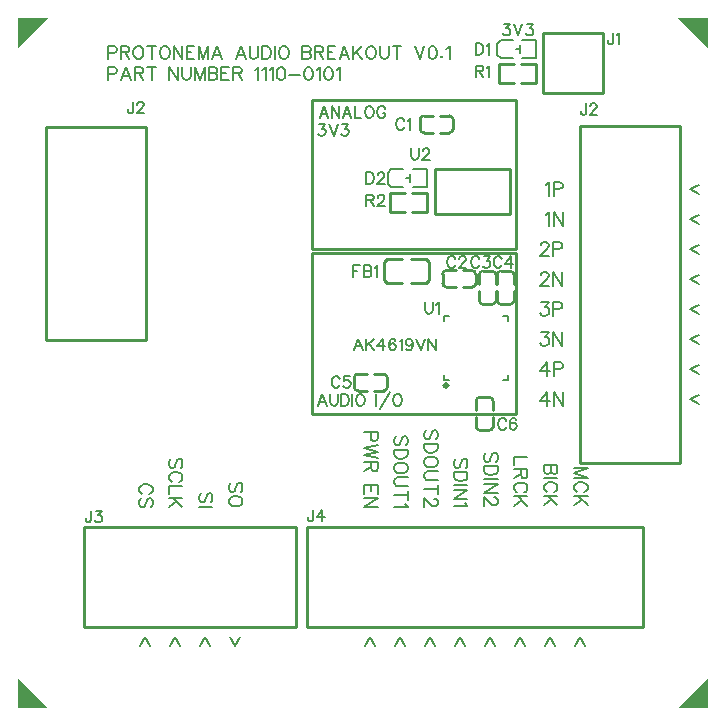
<source format=gto>
G04 Layer: TopSilkscreenLayer*
G04 EasyEDA v6.5.34, 2023-09-11 23:55:01*
G04 0142af5b8bed46c8af125076436406b4,5a6b42c53f6a479593ecc07194224c93,10*
G04 Gerber Generator version 0.2*
G04 Scale: 100 percent, Rotated: No, Reflected: No *
G04 Dimensions in millimeters *
G04 leading zeros omitted , absolute positions ,4 integer and 5 decimal *
%FSLAX45Y45*%
%MOMM*%

%ADD10C,0.1524*%
%ADD11C,0.2540*%
%ADD12C,0.1500*%
%ADD13C,0.2000*%
%ADD14C,0.3000*%
%ADD15C,0.0141*%

%LPD*%
D10*
X761992Y5601759D02*
G01*
X761992Y5492539D01*
X761992Y5601759D02*
G01*
X808728Y5601759D01*
X824222Y5596425D01*
X829556Y5591345D01*
X834636Y5580931D01*
X834636Y5565437D01*
X829556Y5555023D01*
X824222Y5549689D01*
X808728Y5544609D01*
X761992Y5544609D01*
X868926Y5601759D02*
G01*
X868926Y5492539D01*
X868926Y5601759D02*
G01*
X915662Y5601759D01*
X931410Y5596425D01*
X936490Y5591345D01*
X941824Y5580931D01*
X941824Y5570517D01*
X936490Y5560103D01*
X931410Y5555023D01*
X915662Y5549689D01*
X868926Y5549689D01*
X905502Y5549689D02*
G01*
X941824Y5492539D01*
X1007102Y5601759D02*
G01*
X996942Y5596425D01*
X986528Y5586265D01*
X981194Y5575851D01*
X976114Y5560103D01*
X976114Y5534195D01*
X981194Y5518701D01*
X986528Y5508287D01*
X996942Y5497873D01*
X1007102Y5492539D01*
X1027930Y5492539D01*
X1038344Y5497873D01*
X1048758Y5508287D01*
X1054092Y5518701D01*
X1059172Y5534195D01*
X1059172Y5560103D01*
X1054092Y5575851D01*
X1048758Y5586265D01*
X1038344Y5596425D01*
X1027930Y5601759D01*
X1007102Y5601759D01*
X1129784Y5601759D02*
G01*
X1129784Y5492539D01*
X1093462Y5601759D02*
G01*
X1166106Y5601759D01*
X1231638Y5601759D02*
G01*
X1221224Y5596425D01*
X1210810Y5586265D01*
X1205730Y5575851D01*
X1200396Y5560103D01*
X1200396Y5534195D01*
X1205730Y5518701D01*
X1210810Y5508287D01*
X1221224Y5497873D01*
X1231638Y5492539D01*
X1252466Y5492539D01*
X1262880Y5497873D01*
X1273294Y5508287D01*
X1278374Y5518701D01*
X1283708Y5534195D01*
X1283708Y5560103D01*
X1278374Y5575851D01*
X1273294Y5586265D01*
X1262880Y5596425D01*
X1252466Y5601759D01*
X1231638Y5601759D01*
X1317998Y5601759D02*
G01*
X1317998Y5492539D01*
X1317998Y5601759D02*
G01*
X1390642Y5492539D01*
X1390642Y5601759D02*
G01*
X1390642Y5492539D01*
X1424932Y5601759D02*
G01*
X1424932Y5492539D01*
X1424932Y5601759D02*
G01*
X1492496Y5601759D01*
X1424932Y5549689D02*
G01*
X1466588Y5549689D01*
X1424932Y5492539D02*
G01*
X1492496Y5492539D01*
X1526786Y5601759D02*
G01*
X1526786Y5492539D01*
X1526786Y5601759D02*
G01*
X1568442Y5492539D01*
X1609844Y5601759D02*
G01*
X1568442Y5492539D01*
X1609844Y5601759D02*
G01*
X1609844Y5492539D01*
X1685790Y5601759D02*
G01*
X1644134Y5492539D01*
X1685790Y5601759D02*
G01*
X1727192Y5492539D01*
X1659882Y5529115D02*
G01*
X1711698Y5529115D01*
X1883148Y5601759D02*
G01*
X1841492Y5492539D01*
X1883148Y5601759D02*
G01*
X1924804Y5492539D01*
X1857240Y5529115D02*
G01*
X1909056Y5529115D01*
X1959094Y5601759D02*
G01*
X1959094Y5523781D01*
X1964174Y5508287D01*
X1974588Y5497873D01*
X1990082Y5492539D01*
X2000496Y5492539D01*
X2016244Y5497873D01*
X2026658Y5508287D01*
X2031738Y5523781D01*
X2031738Y5601759D01*
X2066028Y5601759D02*
G01*
X2066028Y5492539D01*
X2066028Y5601759D02*
G01*
X2102350Y5601759D01*
X2118098Y5596425D01*
X2128512Y5586265D01*
X2133592Y5575851D01*
X2138672Y5560103D01*
X2138672Y5534195D01*
X2133592Y5518701D01*
X2128512Y5508287D01*
X2118098Y5497873D01*
X2102350Y5492539D01*
X2066028Y5492539D01*
X2172962Y5601759D02*
G01*
X2172962Y5492539D01*
X2238494Y5601759D02*
G01*
X2228080Y5596425D01*
X2217666Y5586265D01*
X2212586Y5575851D01*
X2207252Y5560103D01*
X2207252Y5534195D01*
X2212586Y5518701D01*
X2217666Y5508287D01*
X2228080Y5497873D01*
X2238494Y5492539D01*
X2259322Y5492539D01*
X2269736Y5497873D01*
X2280150Y5508287D01*
X2285230Y5518701D01*
X2290564Y5534195D01*
X2290564Y5560103D01*
X2285230Y5575851D01*
X2280150Y5586265D01*
X2269736Y5596425D01*
X2259322Y5601759D01*
X2238494Y5601759D01*
X2404864Y5601759D02*
G01*
X2404864Y5492539D01*
X2404864Y5601759D02*
G01*
X2451600Y5601759D01*
X2467094Y5596425D01*
X2472428Y5591345D01*
X2477508Y5580931D01*
X2477508Y5570517D01*
X2472428Y5560103D01*
X2467094Y5555023D01*
X2451600Y5549689D01*
X2404864Y5549689D02*
G01*
X2451600Y5549689D01*
X2467094Y5544609D01*
X2472428Y5539275D01*
X2477508Y5529115D01*
X2477508Y5513367D01*
X2472428Y5502953D01*
X2467094Y5497873D01*
X2451600Y5492539D01*
X2404864Y5492539D01*
X2511798Y5601759D02*
G01*
X2511798Y5492539D01*
X2511798Y5601759D02*
G01*
X2558534Y5601759D01*
X2574282Y5596425D01*
X2579362Y5591345D01*
X2584442Y5580931D01*
X2584442Y5570517D01*
X2579362Y5560103D01*
X2574282Y5555023D01*
X2558534Y5549689D01*
X2511798Y5549689D01*
X2548120Y5549689D02*
G01*
X2584442Y5492539D01*
X2618732Y5601759D02*
G01*
X2618732Y5492539D01*
X2618732Y5601759D02*
G01*
X2686296Y5601759D01*
X2618732Y5549689D02*
G01*
X2660388Y5549689D01*
X2618732Y5492539D02*
G01*
X2686296Y5492539D01*
X2762242Y5601759D02*
G01*
X2720586Y5492539D01*
X2762242Y5601759D02*
G01*
X2803898Y5492539D01*
X2736334Y5529115D02*
G01*
X2788150Y5529115D01*
X2838188Y5601759D02*
G01*
X2838188Y5492539D01*
X2910832Y5601759D02*
G01*
X2838188Y5529115D01*
X2864096Y5555023D02*
G01*
X2910832Y5492539D01*
X2976364Y5601759D02*
G01*
X2965950Y5596425D01*
X2955536Y5586265D01*
X2950202Y5575851D01*
X2945122Y5560103D01*
X2945122Y5534195D01*
X2950202Y5518701D01*
X2955536Y5508287D01*
X2965950Y5497873D01*
X2976364Y5492539D01*
X2997192Y5492539D01*
X3007352Y5497873D01*
X3017766Y5508287D01*
X3023100Y5518701D01*
X3028180Y5534195D01*
X3028180Y5560103D01*
X3023100Y5575851D01*
X3017766Y5586265D01*
X3007352Y5596425D01*
X2997192Y5601759D01*
X2976364Y5601759D01*
X3062470Y5601759D02*
G01*
X3062470Y5523781D01*
X3067804Y5508287D01*
X3078218Y5497873D01*
X3093712Y5492539D01*
X3104126Y5492539D01*
X3119620Y5497873D01*
X3130034Y5508287D01*
X3135368Y5523781D01*
X3135368Y5601759D01*
X3205980Y5601759D02*
G01*
X3205980Y5492539D01*
X3169658Y5601759D02*
G01*
X3242302Y5601759D01*
X3356602Y5601759D02*
G01*
X3398258Y5492539D01*
X3439660Y5601759D02*
G01*
X3398258Y5492539D01*
X3505192Y5601759D02*
G01*
X3489698Y5596425D01*
X3479284Y5580931D01*
X3473950Y5555023D01*
X3473950Y5539275D01*
X3479284Y5513367D01*
X3489698Y5497873D01*
X3505192Y5492539D01*
X3515606Y5492539D01*
X3531100Y5497873D01*
X3541514Y5513367D01*
X3546848Y5539275D01*
X3546848Y5555023D01*
X3541514Y5580931D01*
X3531100Y5596425D01*
X3515606Y5601759D01*
X3505192Y5601759D01*
X3586218Y5518701D02*
G01*
X3581138Y5513367D01*
X3586218Y5508287D01*
X3591552Y5513367D01*
X3586218Y5518701D01*
X3625842Y5580931D02*
G01*
X3636002Y5586265D01*
X3651750Y5601759D01*
X3651750Y5492539D01*
X761992Y5423959D02*
G01*
X761992Y5314739D01*
X761992Y5423959D02*
G01*
X808728Y5423959D01*
X824222Y5418625D01*
X829556Y5413545D01*
X834636Y5403131D01*
X834636Y5387637D01*
X829556Y5377223D01*
X824222Y5371889D01*
X808728Y5366809D01*
X761992Y5366809D01*
X910582Y5423959D02*
G01*
X868926Y5314739D01*
X910582Y5423959D02*
G01*
X952238Y5314739D01*
X884674Y5351315D02*
G01*
X936490Y5351315D01*
X986528Y5423959D02*
G01*
X986528Y5314739D01*
X986528Y5423959D02*
G01*
X1033264Y5423959D01*
X1048758Y5418625D01*
X1054092Y5413545D01*
X1059172Y5403131D01*
X1059172Y5392717D01*
X1054092Y5382303D01*
X1048758Y5377223D01*
X1033264Y5371889D01*
X986528Y5371889D01*
X1022850Y5371889D02*
G01*
X1059172Y5314739D01*
X1129784Y5423959D02*
G01*
X1129784Y5314739D01*
X1093462Y5423959D02*
G01*
X1166106Y5423959D01*
X1280406Y5423959D02*
G01*
X1280406Y5314739D01*
X1280406Y5423959D02*
G01*
X1353304Y5314739D01*
X1353304Y5423959D02*
G01*
X1353304Y5314739D01*
X1387594Y5423959D02*
G01*
X1387594Y5345981D01*
X1392674Y5330487D01*
X1403088Y5320073D01*
X1418582Y5314739D01*
X1428996Y5314739D01*
X1444744Y5320073D01*
X1455158Y5330487D01*
X1460238Y5345981D01*
X1460238Y5423959D01*
X1494528Y5423959D02*
G01*
X1494528Y5314739D01*
X1494528Y5423959D02*
G01*
X1536184Y5314739D01*
X1577586Y5423959D02*
G01*
X1536184Y5314739D01*
X1577586Y5423959D02*
G01*
X1577586Y5314739D01*
X1611876Y5423959D02*
G01*
X1611876Y5314739D01*
X1611876Y5423959D02*
G01*
X1658612Y5423959D01*
X1674360Y5418625D01*
X1679440Y5413545D01*
X1684774Y5403131D01*
X1684774Y5392717D01*
X1679440Y5382303D01*
X1674360Y5377223D01*
X1658612Y5371889D01*
X1611876Y5371889D02*
G01*
X1658612Y5371889D01*
X1674360Y5366809D01*
X1679440Y5361475D01*
X1684774Y5351315D01*
X1684774Y5335567D01*
X1679440Y5325153D01*
X1674360Y5320073D01*
X1658612Y5314739D01*
X1611876Y5314739D01*
X1719064Y5423959D02*
G01*
X1719064Y5314739D01*
X1719064Y5423959D02*
G01*
X1786628Y5423959D01*
X1719064Y5371889D02*
G01*
X1760466Y5371889D01*
X1719064Y5314739D02*
G01*
X1786628Y5314739D01*
X1820918Y5423959D02*
G01*
X1820918Y5314739D01*
X1820918Y5423959D02*
G01*
X1867654Y5423959D01*
X1883148Y5418625D01*
X1888482Y5413545D01*
X1893562Y5403131D01*
X1893562Y5392717D01*
X1888482Y5382303D01*
X1883148Y5377223D01*
X1867654Y5371889D01*
X1820918Y5371889D01*
X1857240Y5371889D02*
G01*
X1893562Y5314739D01*
X2007862Y5403131D02*
G01*
X2018276Y5408465D01*
X2033770Y5423959D01*
X2033770Y5314739D01*
X2068060Y5403131D02*
G01*
X2078474Y5408465D01*
X2094222Y5423959D01*
X2094222Y5314739D01*
X2128512Y5403131D02*
G01*
X2138672Y5408465D01*
X2154420Y5423959D01*
X2154420Y5314739D01*
X2219952Y5423959D02*
G01*
X2204204Y5418625D01*
X2193790Y5403131D01*
X2188710Y5377223D01*
X2188710Y5361475D01*
X2193790Y5335567D01*
X2204204Y5320073D01*
X2219952Y5314739D01*
X2230112Y5314739D01*
X2245860Y5320073D01*
X2256274Y5335567D01*
X2261354Y5361475D01*
X2261354Y5377223D01*
X2256274Y5403131D01*
X2245860Y5418625D01*
X2230112Y5423959D01*
X2219952Y5423959D01*
X2295644Y5361475D02*
G01*
X2389116Y5361475D01*
X2454648Y5423959D02*
G01*
X2439154Y5418625D01*
X2428740Y5403131D01*
X2423406Y5377223D01*
X2423406Y5361475D01*
X2428740Y5335567D01*
X2439154Y5320073D01*
X2454648Y5314739D01*
X2465062Y5314739D01*
X2480556Y5320073D01*
X2490970Y5335567D01*
X2496304Y5361475D01*
X2496304Y5377223D01*
X2490970Y5403131D01*
X2480556Y5418625D01*
X2465062Y5423959D01*
X2454648Y5423959D01*
X2530594Y5403131D02*
G01*
X2541008Y5408465D01*
X2556502Y5423959D01*
X2556502Y5314739D01*
X2622034Y5423959D02*
G01*
X2606286Y5418625D01*
X2595872Y5403131D01*
X2590792Y5377223D01*
X2590792Y5361475D01*
X2595872Y5335567D01*
X2606286Y5320073D01*
X2622034Y5314739D01*
X2632448Y5314739D01*
X2647942Y5320073D01*
X2658356Y5335567D01*
X2663436Y5361475D01*
X2663436Y5377223D01*
X2658356Y5403131D01*
X2647942Y5418625D01*
X2632448Y5423959D01*
X2622034Y5423959D01*
X2697726Y5403131D02*
G01*
X2708140Y5408465D01*
X2723888Y5423959D01*
X2723888Y5314739D01*
X5036558Y5714230D02*
G01*
X5036558Y5641586D01*
X5031986Y5627870D01*
X5027414Y5623298D01*
X5018270Y5618726D01*
X5009380Y5618726D01*
X5000236Y5623298D01*
X4995664Y5627870D01*
X4991092Y5641586D01*
X4991092Y5650730D01*
X5066530Y5696196D02*
G01*
X5075674Y5700768D01*
X5089390Y5714230D01*
X5089390Y5618726D01*
X4111236Y5790430D02*
G01*
X4161274Y5790430D01*
X4133842Y5754108D01*
X4147558Y5754108D01*
X4156702Y5749536D01*
X4161274Y5744964D01*
X4165846Y5731502D01*
X4165846Y5722358D01*
X4161274Y5708642D01*
X4152130Y5699498D01*
X4138414Y5694926D01*
X4124698Y5694926D01*
X4111236Y5699498D01*
X4106664Y5704070D01*
X4102092Y5713214D01*
X4195818Y5790430D02*
G01*
X4232140Y5694926D01*
X4268462Y5790430D02*
G01*
X4232140Y5694926D01*
X4307578Y5790430D02*
G01*
X4357616Y5790430D01*
X4330184Y5754108D01*
X4343900Y5754108D01*
X4353044Y5749536D01*
X4357616Y5744964D01*
X4362188Y5731502D01*
X4362188Y5722358D01*
X4357616Y5708642D01*
X4348472Y5699498D01*
X4334756Y5694926D01*
X4321294Y5694926D01*
X4307578Y5699498D01*
X4303006Y5704070D01*
X4298434Y5713214D01*
X4798672Y524101D02*
G01*
X4757778Y596999D01*
X4716884Y524101D01*
X4544672Y524101D02*
G01*
X4503778Y596999D01*
X4462884Y524101D01*
X4290672Y524101D02*
G01*
X4249778Y596999D01*
X4208884Y524101D01*
X4036672Y524101D02*
G01*
X3995778Y596999D01*
X3954884Y524101D01*
X3782672Y524101D02*
G01*
X3741778Y596999D01*
X3700884Y524101D01*
X3528672Y524101D02*
G01*
X3487778Y596999D01*
X3446884Y524101D01*
X3274672Y524101D02*
G01*
X3233778Y596999D01*
X3192884Y524101D01*
X3020672Y524101D02*
G01*
X2979778Y596999D01*
X2938884Y524101D01*
X1873877Y597019D02*
G01*
X1832983Y524121D01*
X1792089Y597019D01*
X1620065Y524126D02*
G01*
X1579171Y597024D01*
X1538277Y524126D01*
X1366065Y524126D02*
G01*
X1325171Y597024D01*
X1284277Y524126D01*
X1112065Y524126D02*
G01*
X1071171Y597024D01*
X1030277Y524126D01*
X616450Y1666283D02*
G01*
X616450Y1593639D01*
X611878Y1579923D01*
X607306Y1575351D01*
X598162Y1570779D01*
X589272Y1570779D01*
X580128Y1575351D01*
X575556Y1579923D01*
X570984Y1593639D01*
X570984Y1602783D01*
X655566Y1666283D02*
G01*
X705604Y1666283D01*
X678172Y1629961D01*
X691888Y1629961D01*
X701032Y1625389D01*
X705604Y1620817D01*
X710176Y1607101D01*
X710176Y1598211D01*
X705604Y1584495D01*
X696460Y1575351D01*
X682744Y1570779D01*
X669282Y1570779D01*
X655566Y1575351D01*
X650994Y1579923D01*
X646422Y1589067D01*
X2496558Y1675681D02*
G01*
X2496558Y1603037D01*
X2491986Y1589321D01*
X2487414Y1584749D01*
X2478270Y1580177D01*
X2469380Y1580177D01*
X2460236Y1584749D01*
X2455664Y1589321D01*
X2451092Y1603037D01*
X2451092Y1612181D01*
X2571996Y1675681D02*
G01*
X2526530Y1612181D01*
X2594602Y1612181D01*
X2571996Y1675681D02*
G01*
X2571996Y1580177D01*
X1109771Y1810512D02*
G01*
X1120693Y1815845D01*
X1131615Y1826768D01*
X1137203Y1837689D01*
X1137203Y1859534D01*
X1131615Y1870455D01*
X1120693Y1881378D01*
X1109771Y1886965D01*
X1093515Y1892300D01*
X1066083Y1892300D01*
X1049827Y1886965D01*
X1038905Y1881378D01*
X1027983Y1870455D01*
X1022649Y1859534D01*
X1022649Y1837689D01*
X1027983Y1826768D01*
X1038905Y1815845D01*
X1049827Y1810512D01*
X1120693Y1697989D02*
G01*
X1131615Y1708912D01*
X1137203Y1725421D01*
X1137203Y1747265D01*
X1131615Y1763521D01*
X1120693Y1774444D01*
X1109771Y1774444D01*
X1098849Y1769110D01*
X1093515Y1763521D01*
X1087927Y1752600D01*
X1077005Y1719834D01*
X1071671Y1708912D01*
X1066083Y1703578D01*
X1055161Y1697989D01*
X1038905Y1697989D01*
X1027983Y1708912D01*
X1022649Y1725421D01*
X1022649Y1747265D01*
X1027983Y1763521D01*
X1038905Y1774444D01*
X1374721Y2031944D02*
G01*
X1385643Y2042866D01*
X1390977Y2059122D01*
X1390977Y2080966D01*
X1385643Y2097222D01*
X1374721Y2108144D01*
X1363799Y2108144D01*
X1352877Y2102810D01*
X1347543Y2097222D01*
X1341955Y2086300D01*
X1331033Y2053534D01*
X1325699Y2042866D01*
X1320111Y2037278D01*
X1309189Y2031944D01*
X1292933Y2031944D01*
X1282011Y2042866D01*
X1276423Y2059122D01*
X1276423Y2080966D01*
X1282011Y2097222D01*
X1292933Y2108144D01*
X1363799Y1914088D02*
G01*
X1374721Y1919422D01*
X1385643Y1930344D01*
X1390977Y1941266D01*
X1390977Y1963110D01*
X1385643Y1974032D01*
X1374721Y1984954D01*
X1363799Y1990288D01*
X1347543Y1995876D01*
X1320111Y1995876D01*
X1303855Y1990288D01*
X1292933Y1984954D01*
X1282011Y1974032D01*
X1276423Y1963110D01*
X1276423Y1941266D01*
X1282011Y1930344D01*
X1292933Y1919422D01*
X1303855Y1914088D01*
X1390977Y1878020D02*
G01*
X1276423Y1878020D01*
X1276423Y1878020D02*
G01*
X1276423Y1812488D01*
X1390977Y1776674D02*
G01*
X1276423Y1776674D01*
X1390977Y1700220D02*
G01*
X1314777Y1776674D01*
X1341955Y1749242D02*
G01*
X1276423Y1700220D01*
X1628721Y1739846D02*
G01*
X1639643Y1750768D01*
X1644977Y1767024D01*
X1644977Y1788868D01*
X1639643Y1805124D01*
X1628721Y1816046D01*
X1617799Y1816046D01*
X1606877Y1810712D01*
X1601543Y1805124D01*
X1595955Y1794202D01*
X1585033Y1761436D01*
X1579699Y1750768D01*
X1574111Y1745180D01*
X1563189Y1739846D01*
X1546933Y1739846D01*
X1536011Y1750768D01*
X1530423Y1767024D01*
X1530423Y1788868D01*
X1536011Y1805124D01*
X1546933Y1816046D01*
X1644977Y1703778D02*
G01*
X1530423Y1703778D01*
X1882721Y1828744D02*
G01*
X1893643Y1839666D01*
X1898977Y1855922D01*
X1898977Y1877766D01*
X1893643Y1894022D01*
X1882721Y1904944D01*
X1871799Y1904944D01*
X1860877Y1899610D01*
X1855543Y1894022D01*
X1849955Y1883100D01*
X1839033Y1850334D01*
X1833699Y1839666D01*
X1828111Y1834078D01*
X1817189Y1828744D01*
X1800933Y1828744D01*
X1790011Y1839666D01*
X1784423Y1855922D01*
X1784423Y1877766D01*
X1790011Y1894022D01*
X1800933Y1904944D01*
X1898977Y1759910D02*
G01*
X1893643Y1770832D01*
X1882721Y1781754D01*
X1871799Y1787088D01*
X1855543Y1792676D01*
X1828111Y1792676D01*
X1811855Y1787088D01*
X1800933Y1781754D01*
X1790011Y1770832D01*
X1784423Y1759910D01*
X1784423Y1738066D01*
X1790011Y1727144D01*
X1800933Y1716222D01*
X1811855Y1710888D01*
X1828111Y1705300D01*
X1855543Y1705300D01*
X1871799Y1710888D01*
X1882721Y1716222D01*
X1893643Y1727144D01*
X1898977Y1738066D01*
X1898977Y1759910D01*
X3045810Y2336774D02*
G01*
X2931256Y2336774D01*
X3045810Y2336774D02*
G01*
X3045810Y2287752D01*
X3040222Y2271242D01*
X3034888Y2265908D01*
X3023966Y2260320D01*
X3007456Y2260320D01*
X2996534Y2265908D01*
X2991200Y2271242D01*
X2985612Y2287752D01*
X2985612Y2336774D01*
X3045810Y2224506D02*
G01*
X2931256Y2197074D01*
X3045810Y2169896D02*
G01*
X2931256Y2197074D01*
X3045810Y2169896D02*
G01*
X2931256Y2142464D01*
X3045810Y2115286D02*
G01*
X2931256Y2142464D01*
X3045810Y2079218D02*
G01*
X2931256Y2079218D01*
X3045810Y2079218D02*
G01*
X3045810Y2030196D01*
X3040222Y2013940D01*
X3034888Y2008352D01*
X3023966Y2003018D01*
X3013044Y2003018D01*
X3002122Y2008352D01*
X2996534Y2013940D01*
X2991200Y2030196D01*
X2991200Y2079218D01*
X2991200Y2041118D02*
G01*
X2931256Y2003018D01*
X3045810Y1882876D02*
G01*
X2931256Y1882876D01*
X3045810Y1882876D02*
G01*
X3045810Y1812010D01*
X2991200Y1882876D02*
G01*
X2991200Y1839442D01*
X2931256Y1882876D02*
G01*
X2931256Y1812010D01*
X3045810Y1775942D02*
G01*
X2931256Y1775942D01*
X3045810Y1775942D02*
G01*
X2931256Y1699742D01*
X3045810Y1699742D02*
G01*
X2931256Y1699742D01*
X3279691Y2222243D02*
G01*
X3290613Y2233165D01*
X3296201Y2249675D01*
X3296201Y2271519D01*
X3290613Y2287775D01*
X3279691Y2298697D01*
X3268769Y2298697D01*
X3257847Y2293363D01*
X3252513Y2287775D01*
X3246925Y2276853D01*
X3236003Y2244087D01*
X3230669Y2233165D01*
X3225081Y2227831D01*
X3214159Y2222243D01*
X3197903Y2222243D01*
X3186981Y2233165D01*
X3181647Y2249675D01*
X3181647Y2271519D01*
X3186981Y2287775D01*
X3197903Y2298697D01*
X3296201Y2186429D02*
G01*
X3181647Y2186429D01*
X3296201Y2186429D02*
G01*
X3296201Y2148075D01*
X3290613Y2131819D01*
X3279691Y2120897D01*
X3268769Y2115309D01*
X3252513Y2109975D01*
X3225081Y2109975D01*
X3208825Y2115309D01*
X3197903Y2120897D01*
X3186981Y2131819D01*
X3181647Y2148075D01*
X3181647Y2186429D01*
X3296201Y2041141D02*
G01*
X3290613Y2052063D01*
X3279691Y2062985D01*
X3268769Y2068573D01*
X3252513Y2073907D01*
X3225081Y2073907D01*
X3208825Y2068573D01*
X3197903Y2062985D01*
X3186981Y2052063D01*
X3181647Y2041141D01*
X3181647Y2019297D01*
X3186981Y2008629D01*
X3197903Y1997707D01*
X3208825Y1992119D01*
X3225081Y1986785D01*
X3252513Y1986785D01*
X3268769Y1992119D01*
X3279691Y1997707D01*
X3290613Y2008629D01*
X3296201Y2019297D01*
X3296201Y2041141D01*
X3296201Y1950717D02*
G01*
X3214159Y1950717D01*
X3197903Y1945129D01*
X3186981Y1934207D01*
X3181647Y1917951D01*
X3181647Y1907029D01*
X3186981Y1890773D01*
X3197903Y1879851D01*
X3214159Y1874263D01*
X3296201Y1874263D01*
X3296201Y1800095D02*
G01*
X3181647Y1800095D01*
X3296201Y1838449D02*
G01*
X3296201Y1761995D01*
X3274357Y1725927D02*
G01*
X3279691Y1715005D01*
X3296201Y1698749D01*
X3181647Y1698749D01*
X3533688Y2273040D02*
G01*
X3544610Y2283962D01*
X3550198Y2300472D01*
X3550198Y2322316D01*
X3544610Y2338572D01*
X3533688Y2349494D01*
X3522766Y2349494D01*
X3511844Y2344160D01*
X3506510Y2338572D01*
X3500922Y2327650D01*
X3490000Y2294884D01*
X3484666Y2283962D01*
X3479078Y2278628D01*
X3468156Y2273040D01*
X3451900Y2273040D01*
X3440978Y2283962D01*
X3435644Y2300472D01*
X3435644Y2322316D01*
X3440978Y2338572D01*
X3451900Y2349494D01*
X3550198Y2237226D02*
G01*
X3435644Y2237226D01*
X3550198Y2237226D02*
G01*
X3550198Y2198872D01*
X3544610Y2182616D01*
X3533688Y2171694D01*
X3522766Y2166106D01*
X3506510Y2160772D01*
X3479078Y2160772D01*
X3462822Y2166106D01*
X3451900Y2171694D01*
X3440978Y2182616D01*
X3435644Y2198872D01*
X3435644Y2237226D01*
X3550198Y2091938D02*
G01*
X3544610Y2102860D01*
X3533688Y2113782D01*
X3522766Y2119370D01*
X3506510Y2124704D01*
X3479078Y2124704D01*
X3462822Y2119370D01*
X3451900Y2113782D01*
X3440978Y2102860D01*
X3435644Y2091938D01*
X3435644Y2070348D01*
X3440978Y2059426D01*
X3451900Y2048504D01*
X3462822Y2042916D01*
X3479078Y2037582D01*
X3506510Y2037582D01*
X3522766Y2042916D01*
X3533688Y2048504D01*
X3544610Y2059426D01*
X3550198Y2070348D01*
X3550198Y2091938D01*
X3550198Y2001514D02*
G01*
X3468156Y2001514D01*
X3451900Y1995926D01*
X3440978Y1985258D01*
X3435644Y1968748D01*
X3435644Y1957826D01*
X3440978Y1941570D01*
X3451900Y1930648D01*
X3468156Y1925060D01*
X3550198Y1925060D01*
X3550198Y1850892D02*
G01*
X3435644Y1850892D01*
X3550198Y1889246D02*
G01*
X3550198Y1812792D01*
X3522766Y1771390D02*
G01*
X3528354Y1771390D01*
X3539276Y1765802D01*
X3544610Y1760468D01*
X3550198Y1749546D01*
X3550198Y1727702D01*
X3544610Y1716780D01*
X3539276Y1711192D01*
X3528354Y1705858D01*
X3517432Y1705858D01*
X3506510Y1711192D01*
X3490000Y1722114D01*
X3435644Y1776724D01*
X3435644Y1700524D01*
X3787714Y2031796D02*
G01*
X3798636Y2042718D01*
X3803970Y2059228D01*
X3803970Y2080818D01*
X3798636Y2097328D01*
X3787714Y2108250D01*
X3776792Y2108250D01*
X3765870Y2102662D01*
X3760536Y2097328D01*
X3754948Y2086406D01*
X3744026Y2053640D01*
X3738692Y2042718D01*
X3733104Y2037384D01*
X3722182Y2031796D01*
X3705926Y2031796D01*
X3695004Y2042718D01*
X3689416Y2059228D01*
X3689416Y2080818D01*
X3695004Y2097328D01*
X3705926Y2108250D01*
X3803970Y1995728D02*
G01*
X3689416Y1995728D01*
X3803970Y1995728D02*
G01*
X3803970Y1957628D01*
X3798636Y1941372D01*
X3787714Y1930450D01*
X3776792Y1924862D01*
X3760536Y1919528D01*
X3733104Y1919528D01*
X3716848Y1924862D01*
X3705926Y1930450D01*
X3695004Y1941372D01*
X3689416Y1957628D01*
X3689416Y1995728D01*
X3803970Y1883460D02*
G01*
X3689416Y1883460D01*
X3803970Y1847392D02*
G01*
X3689416Y1847392D01*
X3803970Y1847392D02*
G01*
X3689416Y1771192D01*
X3803970Y1771192D02*
G01*
X3689416Y1771192D01*
X3782380Y1735124D02*
G01*
X3787714Y1724202D01*
X3803970Y1707946D01*
X3689416Y1707946D01*
X4311970Y2120950D02*
G01*
X4197416Y2120950D01*
X4197416Y2120950D02*
G01*
X4197416Y2055418D01*
X4311970Y2019350D02*
G01*
X4197416Y2019350D01*
X4311970Y2019350D02*
G01*
X4311970Y1970328D01*
X4306636Y1954072D01*
X4301048Y1948484D01*
X4290380Y1943150D01*
X4279458Y1943150D01*
X4268536Y1948484D01*
X4262948Y1954072D01*
X4257614Y1970328D01*
X4257614Y2019350D01*
X4257614Y1981250D02*
G01*
X4197416Y1943150D01*
X4284792Y1825294D02*
G01*
X4295714Y1830628D01*
X4306636Y1841550D01*
X4311970Y1852472D01*
X4311970Y1874316D01*
X4306636Y1885238D01*
X4295714Y1896160D01*
X4284792Y1901748D01*
X4268536Y1907082D01*
X4241104Y1907082D01*
X4224848Y1901748D01*
X4213926Y1896160D01*
X4203004Y1885238D01*
X4197416Y1874316D01*
X4197416Y1852472D01*
X4203004Y1841550D01*
X4213926Y1830628D01*
X4224848Y1825294D01*
X4311970Y1789226D02*
G01*
X4197416Y1789226D01*
X4311970Y1712772D02*
G01*
X4235770Y1789226D01*
X4262948Y1762048D02*
G01*
X4197416Y1712772D01*
X4565967Y2057450D02*
G01*
X4451413Y2057450D01*
X4565967Y2057450D02*
G01*
X4565967Y2008428D01*
X4560633Y1991918D01*
X4555045Y1986584D01*
X4544377Y1980996D01*
X4533455Y1980996D01*
X4522533Y1986584D01*
X4516945Y1991918D01*
X4511611Y2008428D01*
X4511611Y2057450D02*
G01*
X4511611Y2008428D01*
X4506023Y1991918D01*
X4500689Y1986584D01*
X4489767Y1980996D01*
X4473257Y1980996D01*
X4462335Y1986584D01*
X4457001Y1991918D01*
X4451413Y2008428D01*
X4451413Y2057450D01*
X4565967Y1944928D02*
G01*
X4451413Y1944928D01*
X4538789Y1827326D02*
G01*
X4549711Y1832660D01*
X4560633Y1843582D01*
X4565967Y1854504D01*
X4565967Y1876348D01*
X4560633Y1887270D01*
X4549711Y1898192D01*
X4538789Y1903526D01*
X4522533Y1909114D01*
X4495101Y1909114D01*
X4478845Y1903526D01*
X4467923Y1898192D01*
X4457001Y1887270D01*
X4451413Y1876348D01*
X4451413Y1854504D01*
X4457001Y1843582D01*
X4467923Y1832660D01*
X4478845Y1827326D01*
X4565967Y1791258D02*
G01*
X4451413Y1791258D01*
X4565967Y1714804D02*
G01*
X4489767Y1791258D01*
X4516945Y1763826D02*
G01*
X4451413Y1714804D01*
X4820196Y2031992D02*
G01*
X4705642Y2031992D01*
X4820196Y2031992D02*
G01*
X4705642Y1988304D01*
X4820196Y1944616D02*
G01*
X4705642Y1988304D01*
X4820196Y1944616D02*
G01*
X4705642Y1944616D01*
X4792764Y1827014D02*
G01*
X4803686Y1832348D01*
X4814608Y1843270D01*
X4820196Y1854192D01*
X4820196Y1876036D01*
X4814608Y1886958D01*
X4803686Y1897880D01*
X4792764Y1903214D01*
X4776508Y1908802D01*
X4749076Y1908802D01*
X4732820Y1903214D01*
X4721898Y1897880D01*
X4710976Y1886958D01*
X4705642Y1876036D01*
X4705642Y1854192D01*
X4710976Y1843270D01*
X4721898Y1832348D01*
X4732820Y1827014D01*
X4820196Y1790946D02*
G01*
X4705642Y1790946D01*
X4820196Y1714492D02*
G01*
X4743742Y1790946D01*
X4770920Y1763514D02*
G01*
X4705642Y1714492D01*
X4041688Y2082540D02*
G01*
X4052610Y2093462D01*
X4058198Y2109972D01*
X4058198Y2131816D01*
X4052610Y2148072D01*
X4041688Y2158994D01*
X4030766Y2158994D01*
X4019844Y2153660D01*
X4014510Y2148072D01*
X4008922Y2137150D01*
X3998000Y2104384D01*
X3992666Y2093462D01*
X3987078Y2088128D01*
X3976156Y2082540D01*
X3959900Y2082540D01*
X3948978Y2093462D01*
X3943644Y2109972D01*
X3943644Y2131816D01*
X3948978Y2148072D01*
X3959900Y2158994D01*
X4058198Y2046726D02*
G01*
X3943644Y2046726D01*
X4058198Y2046726D02*
G01*
X4058198Y2008372D01*
X4052610Y1992116D01*
X4041688Y1981194D01*
X4030766Y1975606D01*
X4014510Y1970272D01*
X3987078Y1970272D01*
X3970822Y1975606D01*
X3959900Y1981194D01*
X3948978Y1992116D01*
X3943644Y2008372D01*
X3943644Y2046726D01*
X4058198Y1934204D02*
G01*
X3943644Y1934204D01*
X4058198Y1898390D02*
G01*
X3943644Y1898390D01*
X4058198Y1898390D02*
G01*
X3943644Y1821936D01*
X4058198Y1821936D02*
G01*
X3943644Y1821936D01*
X4030766Y1780534D02*
G01*
X4036354Y1780534D01*
X4047276Y1774946D01*
X4052610Y1769612D01*
X4058198Y1758690D01*
X4058198Y1736846D01*
X4052610Y1725924D01*
X4047276Y1720336D01*
X4036354Y1715002D01*
X4025432Y1715002D01*
X4014510Y1720336D01*
X3998000Y1731258D01*
X3943644Y1785868D01*
X3943644Y1709414D01*
X4807948Y5116842D02*
G01*
X4807948Y5044198D01*
X4803376Y5030482D01*
X4798804Y5025910D01*
X4789660Y5021338D01*
X4780770Y5021338D01*
X4771626Y5025910D01*
X4767054Y5030482D01*
X4762482Y5044198D01*
X4762482Y5053342D01*
X4842492Y5094236D02*
G01*
X4842492Y5098808D01*
X4847064Y5107698D01*
X4851636Y5112270D01*
X4860780Y5116842D01*
X4878814Y5116842D01*
X4887958Y5112270D01*
X4892530Y5107698D01*
X4897102Y5098808D01*
X4897102Y5089664D01*
X4892530Y5080520D01*
X4883386Y5066804D01*
X4837920Y5021338D01*
X4901674Y5021338D01*
X5762236Y2651803D02*
G01*
X5689592Y2610909D01*
X5762236Y2570015D01*
X5762236Y2905803D02*
G01*
X5689592Y2864909D01*
X5762236Y2824015D01*
X5762236Y3159803D02*
G01*
X5689592Y3118909D01*
X5762236Y3078015D01*
X5762236Y3413803D02*
G01*
X5689592Y3372909D01*
X5762236Y3332015D01*
X5762236Y3667803D02*
G01*
X5689592Y3626909D01*
X5762236Y3586015D01*
X5762236Y3921803D02*
G01*
X5689592Y3880909D01*
X5762236Y3840015D01*
X5762236Y4175803D02*
G01*
X5689592Y4134909D01*
X5762236Y4094015D01*
X5762236Y4429803D02*
G01*
X5689592Y4388909D01*
X5762236Y4348015D01*
X4474202Y2673875D02*
G01*
X4419592Y2597421D01*
X4501380Y2597421D01*
X4474202Y2673875D02*
G01*
X4474202Y2559321D01*
X4537448Y2673875D02*
G01*
X4537448Y2559321D01*
X4537448Y2673875D02*
G01*
X4613648Y2559321D01*
X4613648Y2673875D02*
G01*
X4613648Y2559321D01*
X4474202Y2927901D02*
G01*
X4419592Y2851447D01*
X4501380Y2851447D01*
X4474202Y2927901D02*
G01*
X4474202Y2813347D01*
X4537448Y2927901D02*
G01*
X4537448Y2813347D01*
X4537448Y2927901D02*
G01*
X4586470Y2927901D01*
X4602980Y2922313D01*
X4608314Y2916979D01*
X4613648Y2906057D01*
X4613648Y2889547D01*
X4608314Y2878625D01*
X4602980Y2873291D01*
X4586470Y2867703D01*
X4537448Y2867703D01*
X4430514Y3181901D02*
G01*
X4490458Y3181901D01*
X4457692Y3138213D01*
X4474202Y3138213D01*
X4485124Y3132625D01*
X4490458Y3127291D01*
X4496046Y3110781D01*
X4496046Y3099859D01*
X4490458Y3083603D01*
X4479536Y3072681D01*
X4463280Y3067347D01*
X4446770Y3067347D01*
X4430514Y3072681D01*
X4424926Y3078269D01*
X4419592Y3088937D01*
X4531860Y3181901D02*
G01*
X4531860Y3067347D01*
X4531860Y3181901D02*
G01*
X4608314Y3067347D01*
X4608314Y3181901D02*
G01*
X4608314Y3067347D01*
X4430514Y3435901D02*
G01*
X4490458Y3435901D01*
X4457692Y3392213D01*
X4474202Y3392213D01*
X4485124Y3386625D01*
X4490458Y3381291D01*
X4496046Y3364781D01*
X4496046Y3353859D01*
X4490458Y3337603D01*
X4479536Y3326681D01*
X4463280Y3321347D01*
X4446770Y3321347D01*
X4430514Y3326681D01*
X4424926Y3332269D01*
X4419592Y3342937D01*
X4531860Y3435901D02*
G01*
X4531860Y3321347D01*
X4531860Y3435901D02*
G01*
X4581136Y3435901D01*
X4597392Y3430313D01*
X4602980Y3424979D01*
X4608314Y3414057D01*
X4608314Y3397547D01*
X4602980Y3386625D01*
X4597392Y3381291D01*
X4581136Y3375703D01*
X4531860Y3375703D01*
X4424926Y3662469D02*
G01*
X4424926Y3668057D01*
X4430514Y3678979D01*
X4435848Y3684313D01*
X4446770Y3689901D01*
X4468614Y3689901D01*
X4479536Y3684313D01*
X4485124Y3678979D01*
X4490458Y3668057D01*
X4490458Y3657135D01*
X4485124Y3646213D01*
X4474202Y3629703D01*
X4419592Y3575347D01*
X4496046Y3575347D01*
X4531860Y3689901D02*
G01*
X4531860Y3575347D01*
X4531860Y3689901D02*
G01*
X4608314Y3575347D01*
X4608314Y3689901D02*
G01*
X4608314Y3575347D01*
X4424926Y3916469D02*
G01*
X4424926Y3922057D01*
X4430514Y3932979D01*
X4435848Y3938313D01*
X4446770Y3943901D01*
X4468614Y3943901D01*
X4479536Y3938313D01*
X4485124Y3932979D01*
X4490458Y3922057D01*
X4490458Y3911135D01*
X4485124Y3900213D01*
X4474202Y3883703D01*
X4419592Y3829347D01*
X4496046Y3829347D01*
X4531860Y3943901D02*
G01*
X4531860Y3829347D01*
X4531860Y3943901D02*
G01*
X4581136Y3943901D01*
X4597392Y3938313D01*
X4602980Y3932979D01*
X4608314Y3922057D01*
X4608314Y3905547D01*
X4602980Y3894625D01*
X4597392Y3889291D01*
X4581136Y3883703D01*
X4531860Y3883703D01*
X4470389Y4176054D02*
G01*
X4481311Y4181388D01*
X4497567Y4197898D01*
X4497567Y4083344D01*
X4533635Y4197898D02*
G01*
X4533635Y4083344D01*
X4533635Y4197898D02*
G01*
X4610089Y4083344D01*
X4610089Y4197898D02*
G01*
X4610089Y4083344D01*
X4470392Y4430057D02*
G01*
X4481314Y4435391D01*
X4497570Y4451901D01*
X4497570Y4337347D01*
X4533638Y4451901D02*
G01*
X4533638Y4337347D01*
X4533638Y4451901D02*
G01*
X4582660Y4451901D01*
X4599170Y4446313D01*
X4604504Y4440979D01*
X4610092Y4430057D01*
X4610092Y4413547D01*
X4604504Y4402625D01*
X4599170Y4397291D01*
X4582660Y4391703D01*
X4533638Y4391703D01*
X2549136Y4939578D02*
G01*
X2599174Y4939578D01*
X2571742Y4903256D01*
X2585458Y4903256D01*
X2594602Y4898684D01*
X2599174Y4894112D01*
X2603746Y4880396D01*
X2603746Y4871506D01*
X2599174Y4857790D01*
X2590030Y4848646D01*
X2576314Y4844074D01*
X2562598Y4844074D01*
X2549136Y4848646D01*
X2544564Y4853218D01*
X2539992Y4862362D01*
X2633718Y4939578D02*
G01*
X2670040Y4844074D01*
X2706362Y4939578D02*
G01*
X2670040Y4844074D01*
X2745478Y4939578D02*
G01*
X2795516Y4939578D01*
X2768084Y4903256D01*
X2781800Y4903256D01*
X2790944Y4898684D01*
X2795516Y4894112D01*
X2800088Y4880396D01*
X2800088Y4871506D01*
X2795516Y4857790D01*
X2786372Y4848646D01*
X2772656Y4844074D01*
X2759194Y4844074D01*
X2745478Y4848646D01*
X2740906Y4853218D01*
X2736334Y4862362D01*
X2589014Y5091978D02*
G01*
X2552692Y4996474D01*
X2589014Y5091978D02*
G01*
X2625336Y4996474D01*
X2566408Y5028478D02*
G01*
X2611874Y5028478D01*
X2655308Y5091978D02*
G01*
X2655308Y4996474D01*
X2655308Y5091978D02*
G01*
X2719062Y4996474D01*
X2719062Y5091978D02*
G01*
X2719062Y4996474D01*
X2785356Y5091978D02*
G01*
X2749034Y4996474D01*
X2785356Y5091978D02*
G01*
X2821678Y4996474D01*
X2762750Y5028478D02*
G01*
X2808216Y5028478D01*
X2851904Y5091978D02*
G01*
X2851904Y4996474D01*
X2851904Y4996474D02*
G01*
X2906260Y4996474D01*
X2963664Y5091978D02*
G01*
X2954520Y5087406D01*
X2945376Y5078262D01*
X2940804Y5069372D01*
X2936232Y5055656D01*
X2936232Y5032796D01*
X2940804Y5019334D01*
X2945376Y5010190D01*
X2954520Y5001046D01*
X2963664Y4996474D01*
X2981698Y4996474D01*
X2990842Y5001046D01*
X2999986Y5010190D01*
X3004558Y5019334D01*
X3009130Y5032796D01*
X3009130Y5055656D01*
X3004558Y5069372D01*
X2999986Y5078262D01*
X2990842Y5087406D01*
X2981698Y5091978D01*
X2963664Y5091978D01*
X3107174Y5069372D02*
G01*
X3102602Y5078262D01*
X3093712Y5087406D01*
X3084568Y5091978D01*
X3066280Y5091978D01*
X3057136Y5087406D01*
X3048246Y5078262D01*
X3043674Y5069372D01*
X3039102Y5055656D01*
X3039102Y5032796D01*
X3043674Y5019334D01*
X3048246Y5010190D01*
X3057136Y5001046D01*
X3066280Y4996474D01*
X3084568Y4996474D01*
X3093712Y5001046D01*
X3102602Y5010190D01*
X3107174Y5019334D01*
X3107174Y5032796D01*
X3084568Y5032796D02*
G01*
X3107174Y5032796D01*
X2576314Y2653581D02*
G01*
X2539992Y2558077D01*
X2576314Y2653581D02*
G01*
X2612636Y2558077D01*
X2553708Y2590081D02*
G01*
X2599174Y2590081D01*
X2642608Y2653581D02*
G01*
X2642608Y2585509D01*
X2647180Y2571793D01*
X2656324Y2562649D01*
X2670040Y2558077D01*
X2679184Y2558077D01*
X2692646Y2562649D01*
X2701790Y2571793D01*
X2706362Y2585509D01*
X2706362Y2653581D01*
X2736334Y2653581D02*
G01*
X2736334Y2558077D01*
X2736334Y2653581D02*
G01*
X2768084Y2653581D01*
X2781800Y2649009D01*
X2790944Y2639865D01*
X2795516Y2630975D01*
X2800088Y2617259D01*
X2800088Y2594399D01*
X2795516Y2580937D01*
X2790944Y2571793D01*
X2781800Y2562649D01*
X2768084Y2558077D01*
X2736334Y2558077D01*
X2830060Y2653581D02*
G01*
X2830060Y2558077D01*
X2887210Y2653581D02*
G01*
X2878066Y2649009D01*
X2869176Y2639865D01*
X2864604Y2630975D01*
X2860032Y2617259D01*
X2860032Y2594399D01*
X2864604Y2580937D01*
X2869176Y2571793D01*
X2878066Y2562649D01*
X2887210Y2558077D01*
X2905498Y2558077D01*
X2914642Y2562649D01*
X2923532Y2571793D01*
X2928104Y2580937D01*
X2932676Y2594399D01*
X2932676Y2617259D01*
X2928104Y2630975D01*
X2923532Y2639865D01*
X2914642Y2649009D01*
X2905498Y2653581D01*
X2887210Y2653581D01*
X3032752Y2653581D02*
G01*
X3032752Y2558077D01*
X3144512Y2671869D02*
G01*
X3062724Y2526327D01*
X3201916Y2653581D02*
G01*
X3192772Y2649009D01*
X3183628Y2639865D01*
X3179056Y2630975D01*
X3174484Y2617259D01*
X3174484Y2594399D01*
X3179056Y2580937D01*
X3183628Y2571793D01*
X3192772Y2562649D01*
X3201916Y2558077D01*
X3219950Y2558077D01*
X3229094Y2562649D01*
X3238238Y2571793D01*
X3242810Y2580937D01*
X3247382Y2594399D01*
X3247382Y2617259D01*
X3242810Y2630975D01*
X3238238Y2639865D01*
X3229094Y2649009D01*
X3219950Y2653581D01*
X3201916Y2653581D01*
X972538Y5130020D02*
G01*
X972538Y5057383D01*
X967966Y5043667D01*
X963394Y5039088D01*
X954250Y5034523D01*
X945360Y5034523D01*
X936216Y5039088D01*
X931644Y5043667D01*
X927072Y5057383D01*
X927072Y5066520D01*
X1007082Y5107419D02*
G01*
X1007082Y5111991D01*
X1011654Y5120883D01*
X1016226Y5125448D01*
X1025370Y5130020D01*
X1043404Y5130020D01*
X1052548Y5125448D01*
X1057120Y5120883D01*
X1061692Y5111991D01*
X1061692Y5102852D01*
X1057120Y5093698D01*
X1047976Y5079989D01*
X1002510Y5034523D01*
X1066264Y5034523D01*
X2881114Y3123481D02*
G01*
X2844792Y3027977D01*
X2881114Y3123481D02*
G01*
X2917436Y3027977D01*
X2858508Y3059981D02*
G01*
X2903974Y3059981D01*
X2947408Y3123481D02*
G01*
X2947408Y3027977D01*
X3011162Y3123481D02*
G01*
X2947408Y3059981D01*
X2970268Y3082587D02*
G01*
X3011162Y3027977D01*
X3086600Y3123481D02*
G01*
X3041134Y3059981D01*
X3109460Y3059981D01*
X3086600Y3123481D02*
G01*
X3086600Y3027977D01*
X3193788Y3109765D02*
G01*
X3189216Y3118909D01*
X3175754Y3123481D01*
X3166610Y3123481D01*
X3152894Y3118909D01*
X3144004Y3105447D01*
X3139432Y3082587D01*
X3139432Y3059981D01*
X3144004Y3041693D01*
X3152894Y3032549D01*
X3166610Y3027977D01*
X3171182Y3027977D01*
X3184898Y3032549D01*
X3193788Y3041693D01*
X3198360Y3055409D01*
X3198360Y3059981D01*
X3193788Y3073443D01*
X3184898Y3082587D01*
X3171182Y3087159D01*
X3166610Y3087159D01*
X3152894Y3082587D01*
X3144004Y3073443D01*
X3139432Y3059981D01*
X3228332Y3105447D02*
G01*
X3237476Y3109765D01*
X3251192Y3123481D01*
X3251192Y3027977D01*
X3340346Y3091731D02*
G01*
X3335774Y3078015D01*
X3326630Y3068871D01*
X3312914Y3064299D01*
X3308342Y3064299D01*
X3294880Y3068871D01*
X3285736Y3078015D01*
X3281164Y3091731D01*
X3281164Y3096303D01*
X3285736Y3109765D01*
X3294880Y3118909D01*
X3308342Y3123481D01*
X3312914Y3123481D01*
X3326630Y3118909D01*
X3335774Y3109765D01*
X3340346Y3091731D01*
X3340346Y3068871D01*
X3335774Y3046265D01*
X3326630Y3032549D01*
X3312914Y3027977D01*
X3303770Y3027977D01*
X3290308Y3032549D01*
X3285736Y3041693D01*
X3370318Y3123481D02*
G01*
X3406640Y3027977D01*
X3442962Y3123481D02*
G01*
X3406640Y3027977D01*
X3472934Y3123481D02*
G01*
X3472934Y3027977D01*
X3472934Y3123481D02*
G01*
X3536688Y3027977D01*
X3536688Y3123481D02*
G01*
X3536688Y3027977D01*
X3700264Y3799375D02*
G01*
X3695946Y3808265D01*
X3686802Y3817409D01*
X3677658Y3821981D01*
X3659370Y3821981D01*
X3650480Y3817409D01*
X3641336Y3808265D01*
X3636764Y3799375D01*
X3632192Y3785659D01*
X3632192Y3762799D01*
X3636764Y3749337D01*
X3641336Y3740193D01*
X3650480Y3731049D01*
X3659370Y3726477D01*
X3677658Y3726477D01*
X3686802Y3731049D01*
X3695946Y3740193D01*
X3700264Y3749337D01*
X3734808Y3799375D02*
G01*
X3734808Y3803693D01*
X3739380Y3812837D01*
X3743952Y3817409D01*
X3753096Y3821981D01*
X3771384Y3821981D01*
X3780274Y3817409D01*
X3784846Y3812837D01*
X3789418Y3803693D01*
X3789418Y3794803D01*
X3784846Y3785659D01*
X3775702Y3771943D01*
X3730490Y3726477D01*
X3793990Y3726477D01*
X2722364Y2783375D02*
G01*
X2718046Y2792265D01*
X2708902Y2801409D01*
X2699758Y2805981D01*
X2681470Y2805981D01*
X2672580Y2801409D01*
X2663436Y2792265D01*
X2658864Y2783375D01*
X2654292Y2769659D01*
X2654292Y2746799D01*
X2658864Y2733337D01*
X2663436Y2724193D01*
X2672580Y2715049D01*
X2681470Y2710477D01*
X2699758Y2710477D01*
X2708902Y2715049D01*
X2718046Y2724193D01*
X2722364Y2733337D01*
X2806946Y2805981D02*
G01*
X2761480Y2805981D01*
X2756908Y2765087D01*
X2761480Y2769659D01*
X2775196Y2774231D01*
X2788912Y2774231D01*
X2802374Y2769659D01*
X2811518Y2760515D01*
X2816090Y2746799D01*
X2816090Y2737909D01*
X2811518Y2724193D01*
X2802374Y2715049D01*
X2788912Y2710477D01*
X2775196Y2710477D01*
X2761480Y2715049D01*
X2756908Y2719621D01*
X2752590Y2728765D01*
X2836011Y3745763D02*
G01*
X2836011Y3650259D01*
X2836011Y3745763D02*
G01*
X2895193Y3745763D01*
X2836011Y3700297D02*
G01*
X2872333Y3700297D01*
X2925165Y3745763D02*
G01*
X2925165Y3650259D01*
X2925165Y3745763D02*
G01*
X2966059Y3745763D01*
X2979521Y3741191D01*
X2984093Y3736619D01*
X2988665Y3727729D01*
X2988665Y3718585D01*
X2984093Y3709441D01*
X2979521Y3704869D01*
X2966059Y3700297D01*
X2925165Y3700297D02*
G01*
X2966059Y3700297D01*
X2979521Y3695725D01*
X2984093Y3691153D01*
X2988665Y3682263D01*
X2988665Y3668547D01*
X2984093Y3659403D01*
X2979521Y3654831D01*
X2966059Y3650259D01*
X2925165Y3650259D01*
X3018637Y3727729D02*
G01*
X3027781Y3732301D01*
X3041497Y3745763D01*
X3041497Y3650259D01*
X3268464Y4967775D02*
G01*
X3264146Y4976665D01*
X3255002Y4985809D01*
X3245858Y4990381D01*
X3227570Y4990381D01*
X3218680Y4985809D01*
X3209536Y4976665D01*
X3204964Y4967775D01*
X3200392Y4954059D01*
X3200392Y4931199D01*
X3204964Y4917737D01*
X3209536Y4908593D01*
X3218680Y4899449D01*
X3227570Y4894877D01*
X3245858Y4894877D01*
X3255002Y4899449D01*
X3264146Y4908593D01*
X3268464Y4917737D01*
X3298690Y4972093D02*
G01*
X3307580Y4976665D01*
X3321296Y4990381D01*
X3321296Y4894877D01*
X2946392Y4533181D02*
G01*
X2946392Y4437677D01*
X2946392Y4533181D02*
G01*
X2978142Y4533181D01*
X2991858Y4528609D01*
X3001002Y4519465D01*
X3005574Y4510575D01*
X3010146Y4496859D01*
X3010146Y4473999D01*
X3005574Y4460537D01*
X3001002Y4451393D01*
X2991858Y4442249D01*
X2978142Y4437677D01*
X2946392Y4437677D01*
X3044690Y4510575D02*
G01*
X3044690Y4514893D01*
X3049008Y4524037D01*
X3053580Y4528609D01*
X3062724Y4533181D01*
X3081012Y4533181D01*
X3089902Y4528609D01*
X3094474Y4524037D01*
X3099046Y4514893D01*
X3099046Y4506003D01*
X3094474Y4496859D01*
X3085584Y4483143D01*
X3040118Y4437677D01*
X3103618Y4437677D01*
X2946290Y4342681D02*
G01*
X2946290Y4247177D01*
X2946290Y4342681D02*
G01*
X2987184Y4342681D01*
X3000900Y4338109D01*
X3005472Y4333537D01*
X3010044Y4324393D01*
X3010044Y4315503D01*
X3005472Y4306359D01*
X3000900Y4301787D01*
X2987184Y4297215D01*
X2946290Y4297215D01*
X2978294Y4297215D02*
G01*
X3010044Y4247177D01*
X3044588Y4320075D02*
G01*
X3044588Y4324393D01*
X3049160Y4333537D01*
X3053732Y4338109D01*
X3062876Y4342681D01*
X3080910Y4342681D01*
X3090054Y4338109D01*
X3094626Y4333537D01*
X3099198Y4324393D01*
X3099198Y4315503D01*
X3094626Y4306359D01*
X3085482Y4292643D01*
X3040016Y4247177D01*
X3103770Y4247177D01*
X3327392Y4736381D02*
G01*
X3327392Y4668309D01*
X3331964Y4654593D01*
X3341108Y4645449D01*
X3354570Y4640877D01*
X3363714Y4640877D01*
X3377430Y4645449D01*
X3386574Y4654593D01*
X3391146Y4668309D01*
X3391146Y4736381D01*
X3425690Y4713775D02*
G01*
X3425690Y4718093D01*
X3430008Y4727237D01*
X3434580Y4731809D01*
X3443724Y4736381D01*
X3462012Y4736381D01*
X3470902Y4731809D01*
X3475474Y4727237D01*
X3480046Y4718093D01*
X3480046Y4709203D01*
X3475474Y4700059D01*
X3466584Y4686343D01*
X3421118Y4640877D01*
X3484618Y4640877D01*
X4132064Y2427775D02*
G01*
X4127746Y2436665D01*
X4118602Y2445809D01*
X4109458Y2450381D01*
X4091170Y2450381D01*
X4082280Y2445809D01*
X4073136Y2436665D01*
X4068564Y2427775D01*
X4063992Y2414059D01*
X4063992Y2391199D01*
X4068564Y2377737D01*
X4073136Y2368593D01*
X4082280Y2359449D01*
X4091170Y2354877D01*
X4109458Y2354877D01*
X4118602Y2359449D01*
X4127746Y2368593D01*
X4132064Y2377737D01*
X4216646Y2436665D02*
G01*
X4212074Y2445809D01*
X4198612Y2450381D01*
X4189468Y2450381D01*
X4175752Y2445809D01*
X4166608Y2432347D01*
X4162290Y2409487D01*
X4162290Y2386881D01*
X4166608Y2368593D01*
X4175752Y2359449D01*
X4189468Y2354877D01*
X4194040Y2354877D01*
X4207502Y2359449D01*
X4216646Y2368593D01*
X4221218Y2382309D01*
X4221218Y2386881D01*
X4216646Y2400343D01*
X4207502Y2409487D01*
X4194040Y2414059D01*
X4189468Y2414059D01*
X4175752Y2409487D01*
X4166608Y2400343D01*
X4162290Y2386881D01*
X4093964Y3799375D02*
G01*
X4089646Y3808265D01*
X4080502Y3817409D01*
X4071358Y3821981D01*
X4053070Y3821981D01*
X4044180Y3817409D01*
X4035036Y3808265D01*
X4030464Y3799375D01*
X4025892Y3785659D01*
X4025892Y3762799D01*
X4030464Y3749337D01*
X4035036Y3740193D01*
X4044180Y3731049D01*
X4053070Y3726477D01*
X4071358Y3726477D01*
X4080502Y3731049D01*
X4089646Y3740193D01*
X4093964Y3749337D01*
X4169402Y3821981D02*
G01*
X4124190Y3758481D01*
X4192262Y3758481D01*
X4169402Y3821981D02*
G01*
X4169402Y3726477D01*
X3903464Y3799375D02*
G01*
X3899146Y3808265D01*
X3890002Y3817409D01*
X3880858Y3821981D01*
X3862570Y3821981D01*
X3853680Y3817409D01*
X3844536Y3808265D01*
X3839964Y3799375D01*
X3835392Y3785659D01*
X3835392Y3762799D01*
X3839964Y3749337D01*
X3844536Y3740193D01*
X3853680Y3731049D01*
X3862570Y3726477D01*
X3880858Y3726477D01*
X3890002Y3731049D01*
X3899146Y3740193D01*
X3903464Y3749337D01*
X3942580Y3821981D02*
G01*
X3992618Y3821981D01*
X3965440Y3785659D01*
X3978902Y3785659D01*
X3988046Y3781087D01*
X3992618Y3776515D01*
X3997190Y3762799D01*
X3997190Y3753909D01*
X3992618Y3740193D01*
X3983474Y3731049D01*
X3970012Y3726477D01*
X3956296Y3726477D01*
X3942580Y3731049D01*
X3938008Y3735621D01*
X3933690Y3744765D01*
X3444488Y3431880D02*
G01*
X3444488Y3363808D01*
X3449060Y3350092D01*
X3458204Y3340948D01*
X3471666Y3336376D01*
X3480810Y3336376D01*
X3494526Y3340948D01*
X3503670Y3350092D01*
X3508242Y3363808D01*
X3508242Y3431880D01*
X3538214Y3413846D02*
G01*
X3547104Y3418164D01*
X3560820Y3431880D01*
X3560820Y3336376D01*
X3873492Y5625330D02*
G01*
X3873492Y5529826D01*
X3873492Y5625330D02*
G01*
X3905242Y5625330D01*
X3918958Y5620758D01*
X3928102Y5611868D01*
X3932674Y5602724D01*
X3937246Y5589008D01*
X3937246Y5566402D01*
X3932674Y5552686D01*
X3928102Y5543542D01*
X3918958Y5534398D01*
X3905242Y5529826D01*
X3873492Y5529826D01*
X3967218Y5607296D02*
G01*
X3976108Y5611868D01*
X3989824Y5625330D01*
X3989824Y5529826D01*
X3873492Y5434830D02*
G01*
X3873492Y5339326D01*
X3873492Y5434830D02*
G01*
X3914386Y5434830D01*
X3928102Y5430258D01*
X3932674Y5425686D01*
X3937246Y5416796D01*
X3937246Y5407652D01*
X3932674Y5398508D01*
X3928102Y5393936D01*
X3914386Y5389364D01*
X3873492Y5389364D01*
X3905242Y5389364D02*
G01*
X3937246Y5339326D01*
X3967218Y5416796D02*
G01*
X3976108Y5421368D01*
X3989824Y5434830D01*
X3989824Y5339326D01*
G36*
X0Y5842000D02*
G01*
X0Y5588000D01*
X254000Y5842000D01*
G37*
G36*
X0Y254000D02*
G01*
X0Y0D01*
X254000Y0D01*
G37*
G36*
X5842000Y254000D02*
G01*
X5588000Y0D01*
X5842000Y0D01*
G37*
G36*
X5588000Y5842000D02*
G01*
X5842000Y5588000D01*
X5842000Y5842000D01*
G37*
D11*
X3872793Y3672169D02*
G01*
X3872793Y3592167D01*
X3761818Y3703154D02*
G01*
X3841816Y3703154D01*
X3761818Y3561189D02*
G01*
X3841816Y3561189D01*
X3704229Y3703736D02*
G01*
X3624229Y3703736D01*
X3593246Y3672753D02*
G01*
X3593246Y3592756D01*
X3704229Y3561775D02*
G01*
X3624229Y3561775D01*
X2845493Y2715917D02*
G01*
X2845493Y2795920D01*
X2956468Y2684932D02*
G01*
X2876471Y2684932D01*
X2956468Y2826898D02*
G01*
X2876471Y2826898D01*
X3014057Y2684350D02*
G01*
X3094057Y2684350D01*
X3125040Y2715333D02*
G01*
X3125040Y2795330D01*
X3014057Y2826311D02*
G01*
X3094057Y2826311D01*
X3247166Y3797279D02*
G01*
X3132866Y3797279D01*
X3120166Y3797279D01*
X3094766Y3771879D01*
X3094766Y3632179D01*
X3094766Y3619479D01*
X3120166Y3594079D01*
X3247166Y3594079D01*
X3323366Y3594079D02*
G01*
X3437666Y3594079D01*
X3450366Y3594079D01*
X3475766Y3619479D01*
X3475766Y3759179D01*
X3475766Y3771879D01*
X3450366Y3797279D01*
X3323366Y3797279D01*
X3682296Y4980266D02*
G01*
X3682296Y4900264D01*
X3571318Y5011252D02*
G01*
X3651316Y5011252D01*
X3571318Y4869286D02*
G01*
X3651316Y4869286D01*
X3513729Y5011834D02*
G01*
X3433732Y5011834D01*
X3402746Y4980851D02*
G01*
X3402746Y4900853D01*
X3513729Y4869873D02*
G01*
X3433732Y4869873D01*
D12*
X3318992Y4483313D02*
G01*
X3284992Y4483313D01*
X3126986Y4448086D02*
G01*
X3126986Y4438083D01*
X3156981Y4408081D01*
X3341987Y4558088D02*
G01*
X3456988Y4558088D01*
X3341987Y4408081D02*
G01*
X3456988Y4408081D01*
X3261987Y4558088D02*
G01*
X3156981Y4558088D01*
X3261987Y4408081D02*
G01*
X3156981Y4408081D01*
X3456988Y4558075D02*
G01*
X3456988Y4410085D01*
X3126986Y4518078D02*
G01*
X3126986Y4448086D01*
X3126986Y4518078D02*
G01*
X3126986Y4528093D01*
X3156981Y4558088D01*
X3318992Y4518085D02*
G01*
X3318992Y4450087D01*
D11*
X3146930Y4199376D02*
G01*
X3146930Y4359381D01*
X3456988Y4199887D02*
G01*
X3456988Y4359892D01*
X3271926Y4359381D02*
G01*
X3146930Y4359381D01*
X3271926Y4199376D02*
G01*
X3146930Y4199376D01*
X3331984Y4359892D02*
G01*
X3456988Y4359892D01*
X3331984Y4199887D02*
G01*
X3456988Y4199887D01*
X4168091Y4561293D02*
G01*
X3528093Y4561293D01*
X4168091Y4561293D02*
G01*
X4168091Y4181294D01*
X3528093Y4181294D02*
G01*
X4168091Y4181294D01*
X3528093Y4181294D02*
G01*
X3528093Y4561293D01*
X3909715Y2628196D02*
G01*
X3989717Y2628196D01*
X3878729Y2517221D02*
G01*
X3878729Y2597218D01*
X4020695Y2517221D02*
G01*
X4020695Y2597218D01*
X3878148Y2459631D02*
G01*
X3878148Y2379632D01*
X3909131Y2348649D02*
G01*
X3989128Y2348649D01*
X4020108Y2459631D02*
G01*
X4020108Y2379632D01*
X4167469Y3416990D02*
G01*
X4087467Y3416990D01*
X4198454Y3527966D02*
G01*
X4198454Y3447968D01*
X4056489Y3527966D02*
G01*
X4056489Y3447968D01*
X4199036Y3585555D02*
G01*
X4199036Y3665555D01*
X4168053Y3696538D02*
G01*
X4088056Y3696538D01*
X4057075Y3585555D02*
G01*
X4057075Y3665555D01*
X4015069Y3416990D02*
G01*
X3935067Y3416990D01*
X4046054Y3527966D02*
G01*
X4046054Y3447968D01*
X3904089Y3527966D02*
G01*
X3904089Y3447968D01*
X4046636Y3585555D02*
G01*
X4046636Y3665555D01*
X4015653Y3696538D02*
G01*
X3935656Y3696538D01*
X3904675Y3585555D02*
G01*
X3904675Y3665555D01*
D13*
X4102973Y2778000D02*
G01*
X4143486Y2778000D01*
X4143486Y2818513D01*
X3643995Y2778000D02*
G01*
X3603482Y2778000D01*
X3603482Y2818513D01*
X4143486Y3277491D02*
G01*
X4143486Y3318004D01*
X4102973Y3318004D01*
X3603482Y3277491D02*
G01*
X3603482Y3318004D01*
X3643995Y3318004D01*
D12*
X4246092Y5575515D02*
G01*
X4212092Y5575515D01*
X4054086Y5540288D02*
G01*
X4054086Y5530286D01*
X4084081Y5500283D01*
X4269087Y5650290D02*
G01*
X4384088Y5650290D01*
X4269087Y5500283D02*
G01*
X4384088Y5500283D01*
X4189087Y5650290D02*
G01*
X4084081Y5650290D01*
X4189087Y5500283D02*
G01*
X4084081Y5500283D01*
X4384088Y5650278D02*
G01*
X4384088Y5502287D01*
X4054086Y5610280D02*
G01*
X4054086Y5540288D01*
X4054086Y5610280D02*
G01*
X4054086Y5620296D01*
X4084081Y5650290D01*
X4246092Y5610288D02*
G01*
X4246092Y5542290D01*
D11*
X4074030Y5291579D02*
G01*
X4074030Y5451584D01*
X4384088Y5292089D02*
G01*
X4384088Y5452094D01*
X4199026Y5451584D02*
G01*
X4074030Y5451584D01*
X4199026Y5291579D02*
G01*
X4074030Y5291579D01*
X4259084Y5452094D02*
G01*
X4384088Y5452094D01*
X4259084Y5292089D02*
G01*
X4384088Y5292089D01*
G75*
G01*
X3593241Y3672754D02*
G02*
X3624224Y3703737I30983J0D01*
G75*
G01*
X3624224Y3561771D02*
G02*
X3593241Y3592756I0J30983D01*
G75*
G01*
X3841811Y3703155D02*
G02*
X3872794Y3672169I0J-30983D01*
G75*
G01*
X3872794Y3592172D02*
G02*
X3841811Y3561189I-30983J0D01*
G75*
G01*
X3125046Y2715334D02*
G02*
X3094063Y2684351I-30983J0D01*
G75*
G01*
X3094063Y2826316D02*
G02*
X3125046Y2795331I0J-30982D01*
G75*
G01*
X2876476Y2684932D02*
G02*
X2845493Y2715918I0J30983D01*
G75*
G01*
X2845493Y2795915D02*
G02*
X2876476Y2826898I30983J0D01*
G75*
G01*
X3402741Y4980851D02*
G02*
X3433727Y5011834I30983J0D01*
G75*
G01*
X3433727Y4869868D02*
G02*
X3402741Y4900854I-3J30983D01*
G75*
G01*
X3651311Y5011252D02*
G02*
X3682296Y4980267I3J-30983D01*
G75*
G01*
X3682296Y4900270D02*
G02*
X3651311Y4869287I-30982J0D01*
G75*
G01*
X3909131Y2348644D02*
G02*
X3878148Y2379627I0J30983D01*
G75*
G01*
X4020114Y2379627D02*
G02*
X3989128Y2348644I-30983J0D01*
G75*
G01*
X3878730Y2597214D02*
G02*
X3909715Y2628196I30983J0D01*
G75*
G01*
X3989713Y2628196D02*
G02*
X4020696Y2597214I0J-30982D01*
G75*
G01*
X4168054Y3696543D02*
G02*
X4199037Y3665560I0J-30983D01*
G75*
G01*
X4057071Y3665560D02*
G02*
X4088056Y3696543I30983J0D01*
G75*
G01*
X4198455Y3447974D02*
G02*
X4167469Y3416991I-30983J0D01*
G75*
G01*
X4087472Y3416991D02*
G02*
X4056489Y3447974I0J30983D01*
G75*
G01*
X4015654Y3696543D02*
G02*
X4046637Y3665560I0J-30983D01*
G75*
G01*
X3904671Y3665560D02*
G02*
X3935656Y3696543I30983J0D01*
G75*
G01*
X4046055Y3447974D02*
G02*
X4015069Y3416991I-30983J0D01*
G75*
G01*
X3935072Y3416991D02*
G02*
X3904089Y3447974I0J30983D01*
D14*
G75*
G01*
X3620696Y2742949D02*
G03*
X3620950Y2742949I127J-15001D01*
D11*
X4444992Y5714992D02*
G01*
X4952992Y5714992D01*
X4952992Y5206992D01*
X4444992Y5206992D01*
X4444992Y5714992D01*
X555795Y1529910D02*
G01*
X2355791Y1529910D01*
X2355791Y679899D01*
X555795Y679899D01*
X555795Y1529910D01*
X2443091Y1529885D02*
G01*
X5293098Y1529885D01*
X5293098Y679874D01*
X2443091Y679874D01*
X2443091Y1529885D01*
X4756574Y4924315D02*
G01*
X5606585Y4924315D01*
X5606585Y2074308D01*
X4756574Y2074308D01*
X4756574Y4924315D01*
X2489192Y5143492D02*
G01*
X4216392Y5143492D01*
X4216392Y3886192D01*
X2489192Y3886192D01*
X2489192Y5143492D01*
X2489192Y3848092D02*
G01*
X4216392Y3848092D01*
X4216392Y2489192D01*
X2489192Y2489192D01*
X2489192Y3848092D01*
X235399Y4917178D02*
G01*
X1085410Y4917178D01*
X1085410Y3117181D01*
X235399Y3117181D01*
X235399Y4917178D01*
M02*

</source>
